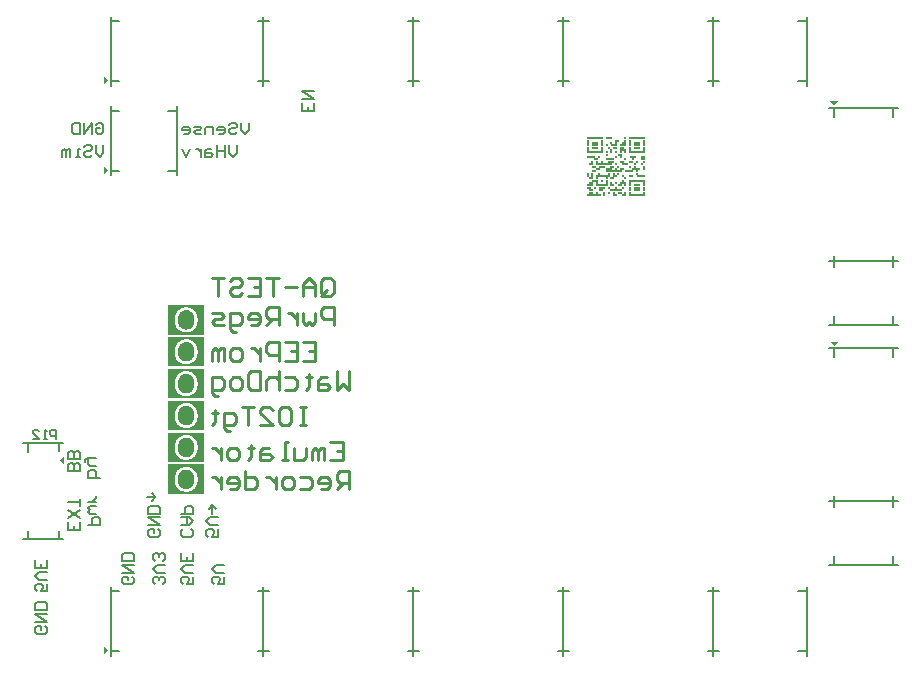
<source format=gbr>
%TF.GenerationSoftware,Altium Limited,Altium Designer,21.5.1 (32)*%
G04 Layer_Color=32896*
%FSLAX45Y45*%
%MOMM*%
%TF.SameCoordinates,6D93875A-9943-4EB1-8E24-321CDD5DE8D5*%
%TF.FilePolarity,Positive*%
%TF.FileFunction,Legend,Bot*%
%TF.Part,Single*%
G01*
G75*
%TA.AperFunction,NonConductor*%
%ADD101C,0.20000*%
%ADD102C,0.25000*%
%ADD103C,0.15000*%
%ADD104R,1.40000X0.15000*%
%ADD105R,0.60000X0.15000*%
%ADD106R,0.20000X0.15000*%
%ADD107R,0.40000X0.15000*%
%ADD108R,0.40000X0.15000*%
%ADD109R,0.60000X0.15000*%
%ADD110R,0.20000X0.15000*%
%ADD111R,0.80000X0.15000*%
%ADD112R,0.80000X0.15000*%
%ADD113R,1.20000X0.15000*%
%ADD114R,1.00000X0.15000*%
G36*
X1860418Y4896449D02*
X1822000Y4864434D01*
Y4928464D01*
X1860418Y4896449D01*
D02*
G37*
G36*
X8006868Y4680593D02*
X7974711Y4719182D01*
X8039026D01*
X8006868Y4680593D01*
D02*
G37*
G36*
X1861288Y4138203D02*
X1822699Y4106046D01*
Y4170361D01*
X1861288Y4138203D01*
D02*
G37*
G36*
X8008000Y2646800D02*
X7975843Y2685389D01*
X8040158D01*
X8008000Y2646800D01*
D02*
G37*
G36*
X1488589Y1646842D02*
X1450000Y1679000D01*
X1488589Y1711157D01*
Y1646842D01*
D02*
G37*
G36*
X1860418Y70449D02*
X1822000Y38434D01*
Y102464D01*
X1860418Y70449D01*
D02*
G37*
G36*
X2670000Y2205000D02*
X2370000D01*
Y2455000D01*
X2670000D01*
Y2205000D01*
D02*
G37*
G36*
Y1935000D02*
X2370000D01*
Y2185000D01*
X2670000D01*
Y1935000D01*
D02*
G37*
G36*
Y2475000D02*
X2370000D01*
Y2725000D01*
X2670000D01*
Y2475000D01*
D02*
G37*
G36*
Y1395000D02*
X2370000D01*
Y1645000D01*
X2670000D01*
Y1395000D01*
D02*
G37*
G36*
Y1665000D02*
X2370000D01*
Y1915000D01*
X2670000D01*
Y1665000D01*
D02*
G37*
G36*
Y2745000D02*
X2370000D01*
Y2995000D01*
X2670000D01*
Y2745000D01*
D02*
G37*
%LPC*%
G36*
X2521333Y2435953D02*
X2520000D01*
X2516002Y2435805D01*
X2512152Y2435657D01*
X2508302Y2435212D01*
X2504600Y2434768D01*
X2497492Y2433287D01*
X2490680Y2431510D01*
X2484460Y2429289D01*
X2478685Y2426772D01*
X2473354Y2424254D01*
X2468468Y2421589D01*
X2464173Y2418775D01*
X2460323Y2416258D01*
X2457065Y2413740D01*
X2454400Y2411667D01*
X2452178Y2409742D01*
X2451290Y2409002D01*
X2450698Y2408261D01*
X2450105Y2407817D01*
X2449661Y2407373D01*
X2449513Y2407225D01*
X2449365Y2407077D01*
X2446848Y2404263D01*
X2444478Y2401450D01*
X2442405Y2398488D01*
X2440332Y2395378D01*
X2436630Y2389011D01*
X2433520Y2382495D01*
X2430855Y2375831D01*
X2428633Y2369168D01*
X2426856Y2362652D01*
X2425376Y2356285D01*
X2424339Y2350361D01*
X2423451Y2344882D01*
X2423154Y2342365D01*
X2422858Y2339996D01*
X2422562Y2337774D01*
X2422414Y2335701D01*
X2422266Y2333776D01*
X2422118Y2332147D01*
Y2330666D01*
X2421970Y2329482D01*
Y2327261D01*
X2422118Y2322226D01*
X2422414Y2317339D01*
X2423006Y2312600D01*
X2423747Y2307862D01*
X2424635Y2303419D01*
X2425672Y2299273D01*
X2426708Y2295275D01*
X2427893Y2291573D01*
X2428930Y2288167D01*
X2429966Y2285205D01*
X2431003Y2282540D01*
X2431891Y2280319D01*
X2432632Y2278393D01*
X2433224Y2277061D01*
X2433520Y2276320D01*
X2433668Y2276024D01*
X2436038Y2271582D01*
X2438555Y2267435D01*
X2441220Y2263585D01*
X2444034Y2259883D01*
X2446848Y2256477D01*
X2449661Y2253368D01*
X2452623Y2250554D01*
X2455288Y2247889D01*
X2457954Y2245667D01*
X2460323Y2243594D01*
X2462544Y2241965D01*
X2464469Y2240484D01*
X2465950Y2239448D01*
X2467135Y2238559D01*
X2467875Y2238115D01*
X2468171Y2237967D01*
X2472466Y2235450D01*
X2476908Y2233377D01*
X2481499Y2231451D01*
X2485941Y2229971D01*
X2490236Y2228638D01*
X2494530Y2227453D01*
X2498676Y2226565D01*
X2502674Y2225824D01*
X2506228Y2225232D01*
X2509634Y2224788D01*
X2512596Y2224492D01*
X2515113Y2224344D01*
X2517186Y2224195D01*
X2518667Y2224047D01*
X2520000D01*
X2524887Y2224195D01*
X2529773Y2224640D01*
X2534512Y2225232D01*
X2538955Y2225972D01*
X2543397Y2227009D01*
X2547395Y2228046D01*
X2551245Y2229230D01*
X2554947Y2230415D01*
X2558205Y2231451D01*
X2561019Y2232636D01*
X2563536Y2233673D01*
X2565757Y2234709D01*
X2567386Y2235450D01*
X2568719Y2236042D01*
X2569459Y2236486D01*
X2569756Y2236634D01*
X2573902Y2239152D01*
X2577900Y2241817D01*
X2581602Y2244779D01*
X2585156Y2247740D01*
X2588266Y2250850D01*
X2591227Y2253960D01*
X2593893Y2256922D01*
X2596262Y2259883D01*
X2598335Y2262697D01*
X2600260Y2265362D01*
X2601889Y2267732D01*
X2603074Y2269805D01*
X2604111Y2271434D01*
X2604851Y2272766D01*
X2605295Y2273507D01*
X2605443Y2273803D01*
X2607665Y2278542D01*
X2609590Y2283280D01*
X2611219Y2288019D01*
X2612699Y2292905D01*
X2613884Y2297644D01*
X2614921Y2302235D01*
X2615809Y2306677D01*
X2616401Y2310972D01*
X2616994Y2314822D01*
X2617438Y2318524D01*
X2617586Y2321633D01*
X2617882Y2324299D01*
Y2326520D01*
X2618030Y2327557D01*
Y2329630D01*
X2617882Y2335257D01*
X2617586Y2340736D01*
X2616994Y2346067D01*
X2616105Y2351102D01*
X2615217Y2355988D01*
X2614180Y2360431D01*
X2613144Y2364725D01*
X2612107Y2368575D01*
X2610922Y2372129D01*
X2609886Y2375239D01*
X2608849Y2378053D01*
X2607961Y2380274D01*
X2607220Y2382199D01*
X2606628Y2383532D01*
X2606184Y2384272D01*
X2606036Y2384568D01*
X2603666Y2389011D01*
X2601149Y2393157D01*
X2598335Y2397007D01*
X2595522Y2400709D01*
X2592708Y2404115D01*
X2589747Y2407225D01*
X2586933Y2410038D01*
X2584120Y2412556D01*
X2581454Y2414777D01*
X2579085Y2416850D01*
X2576864Y2418479D01*
X2574938Y2419812D01*
X2573458Y2420996D01*
X2572273Y2421737D01*
X2571533Y2422181D01*
X2571236Y2422329D01*
X2566942Y2424698D01*
X2562500Y2426772D01*
X2558057Y2428697D01*
X2553615Y2430178D01*
X2549320Y2431510D01*
X2545026Y2432695D01*
X2540880Y2433583D01*
X2537029Y2434324D01*
X2533476Y2434768D01*
X2530218Y2435212D01*
X2527256Y2435508D01*
X2524739Y2435805D01*
X2522814D01*
X2521333Y2435953D01*
D02*
G37*
%LPD*%
G36*
X2523850Y2412408D02*
X2527552Y2412112D01*
X2531106Y2411667D01*
X2534364Y2410927D01*
X2537622Y2410186D01*
X2540583Y2409298D01*
X2543397Y2408409D01*
X2546062Y2407373D01*
X2548432Y2406484D01*
X2550505Y2405448D01*
X2552282Y2404559D01*
X2553911Y2403819D01*
X2555095Y2403079D01*
X2555984Y2402634D01*
X2556576Y2402338D01*
X2556724Y2402190D01*
X2559686Y2400117D01*
X2562500Y2398044D01*
X2565017Y2395674D01*
X2567534Y2393305D01*
X2569756Y2390936D01*
X2571681Y2388566D01*
X2573606Y2386197D01*
X2575235Y2383976D01*
X2576715Y2381755D01*
X2577900Y2379830D01*
X2578937Y2377905D01*
X2579825Y2376424D01*
X2580566Y2375091D01*
X2581010Y2374203D01*
X2581306Y2373462D01*
X2581454Y2373314D01*
X2582935Y2369760D01*
X2584268Y2366058D01*
X2585452Y2362356D01*
X2586489Y2358654D01*
X2587229Y2354952D01*
X2587970Y2351398D01*
X2588562Y2347844D01*
X2589006Y2344586D01*
X2589302Y2341476D01*
X2589599Y2338663D01*
X2589747Y2336145D01*
X2589895Y2333924D01*
X2590043Y2332147D01*
Y2330814D01*
Y2330074D01*
Y2329778D01*
X2589895Y2322522D01*
X2589154Y2315858D01*
X2588266Y2309491D01*
X2586933Y2303567D01*
X2585452Y2298088D01*
X2583823Y2293054D01*
X2582046Y2288611D01*
X2580121Y2284465D01*
X2578344Y2280763D01*
X2576419Y2277653D01*
X2574790Y2274988D01*
X2573310Y2272766D01*
X2571977Y2270989D01*
X2571088Y2269805D01*
X2570496Y2269064D01*
X2570200Y2268768D01*
X2566350Y2265066D01*
X2562351Y2261660D01*
X2558205Y2258847D01*
X2553911Y2256329D01*
X2549765Y2254256D01*
X2545618Y2252479D01*
X2541472Y2251146D01*
X2537622Y2249962D01*
X2533920Y2249073D01*
X2530514Y2248481D01*
X2527552Y2247889D01*
X2524887Y2247592D01*
X2522814Y2247444D01*
X2521925D01*
X2521185Y2247296D01*
X2519852D01*
X2514373Y2247592D01*
X2509042Y2248185D01*
X2504007Y2249221D01*
X2499417Y2250554D01*
X2494974Y2252183D01*
X2490828Y2253960D01*
X2486978Y2255885D01*
X2483572Y2257958D01*
X2480462Y2259883D01*
X2477649Y2261808D01*
X2475427Y2263585D01*
X2473354Y2265214D01*
X2471873Y2266547D01*
X2470689Y2267583D01*
X2470096Y2268176D01*
X2469800Y2268472D01*
X2466246Y2272618D01*
X2463285Y2277061D01*
X2460619Y2281799D01*
X2458398Y2286538D01*
X2456473Y2291425D01*
X2454844Y2296311D01*
X2453511Y2301050D01*
X2452475Y2305641D01*
X2451586Y2309935D01*
X2450994Y2313933D01*
X2450550Y2317635D01*
X2450253Y2320745D01*
X2450105Y2322078D01*
Y2323262D01*
Y2324299D01*
X2449957Y2325187D01*
Y2325928D01*
Y2326372D01*
Y2326668D01*
Y2326816D01*
Y2331111D01*
X2450253Y2335109D01*
X2450401Y2339107D01*
X2450846Y2342957D01*
X2451290Y2346511D01*
X2451882Y2350065D01*
X2453215Y2356581D01*
X2454844Y2362504D01*
X2456473Y2367983D01*
X2458398Y2372870D01*
X2460323Y2377164D01*
X2462248Y2380866D01*
X2464173Y2383976D01*
X2465950Y2386789D01*
X2467431Y2388863D01*
X2468764Y2390640D01*
X2469800Y2391824D01*
X2470393Y2392417D01*
X2470689Y2392713D01*
X2474687Y2396267D01*
X2478833Y2399228D01*
X2482980Y2401894D01*
X2487126Y2404263D01*
X2491420Y2406040D01*
X2495418Y2407669D01*
X2499417Y2409002D01*
X2503267Y2410038D01*
X2506673Y2410927D01*
X2509930Y2411519D01*
X2512892Y2411963D01*
X2515409Y2412260D01*
X2517335Y2412408D01*
X2518815Y2412556D01*
X2520148D01*
X2523850Y2412408D01*
D02*
G37*
%LPC*%
G36*
X2521333Y2165953D02*
X2520000D01*
X2516002Y2165805D01*
X2512152Y2165657D01*
X2508302Y2165212D01*
X2504600Y2164768D01*
X2497492Y2163287D01*
X2490680Y2161510D01*
X2484460Y2159289D01*
X2478685Y2156772D01*
X2473354Y2154254D01*
X2468468Y2151589D01*
X2464173Y2148775D01*
X2460323Y2146258D01*
X2457065Y2143740D01*
X2454400Y2141667D01*
X2452178Y2139742D01*
X2451290Y2139002D01*
X2450698Y2138261D01*
X2450105Y2137817D01*
X2449661Y2137373D01*
X2449513Y2137225D01*
X2449365Y2137077D01*
X2446848Y2134263D01*
X2444478Y2131450D01*
X2442405Y2128488D01*
X2440332Y2125378D01*
X2436630Y2119011D01*
X2433520Y2112495D01*
X2430855Y2105831D01*
X2428633Y2099168D01*
X2426856Y2092652D01*
X2425376Y2086285D01*
X2424339Y2080361D01*
X2423451Y2074882D01*
X2423154Y2072365D01*
X2422858Y2069996D01*
X2422562Y2067774D01*
X2422414Y2065701D01*
X2422266Y2063776D01*
X2422118Y2062147D01*
Y2060666D01*
X2421970Y2059482D01*
Y2057261D01*
X2422118Y2052226D01*
X2422414Y2047339D01*
X2423006Y2042600D01*
X2423747Y2037862D01*
X2424635Y2033419D01*
X2425672Y2029273D01*
X2426708Y2025275D01*
X2427893Y2021573D01*
X2428930Y2018167D01*
X2429966Y2015205D01*
X2431003Y2012540D01*
X2431891Y2010319D01*
X2432632Y2008393D01*
X2433224Y2007061D01*
X2433520Y2006320D01*
X2433668Y2006024D01*
X2436038Y2001582D01*
X2438555Y1997435D01*
X2441220Y1993585D01*
X2444034Y1989883D01*
X2446848Y1986477D01*
X2449661Y1983368D01*
X2452623Y1980554D01*
X2455288Y1977889D01*
X2457954Y1975667D01*
X2460323Y1973594D01*
X2462544Y1971965D01*
X2464469Y1970485D01*
X2465950Y1969448D01*
X2467135Y1968559D01*
X2467875Y1968115D01*
X2468171Y1967967D01*
X2472466Y1965450D01*
X2476908Y1963377D01*
X2481499Y1961452D01*
X2485941Y1959971D01*
X2490236Y1958638D01*
X2494530Y1957453D01*
X2498676Y1956565D01*
X2502674Y1955824D01*
X2506228Y1955232D01*
X2509634Y1954788D01*
X2512596Y1954492D01*
X2515113Y1954344D01*
X2517186Y1954195D01*
X2518667Y1954047D01*
X2520000D01*
X2524887Y1954195D01*
X2529773Y1954640D01*
X2534512Y1955232D01*
X2538955Y1955972D01*
X2543397Y1957009D01*
X2547395Y1958046D01*
X2551245Y1959230D01*
X2554947Y1960415D01*
X2558205Y1961452D01*
X2561019Y1962636D01*
X2563536Y1963673D01*
X2565757Y1964709D01*
X2567386Y1965450D01*
X2568719Y1966042D01*
X2569459Y1966486D01*
X2569756Y1966634D01*
X2573902Y1969152D01*
X2577900Y1971817D01*
X2581602Y1974779D01*
X2585156Y1977741D01*
X2588266Y1980850D01*
X2591227Y1983960D01*
X2593893Y1986922D01*
X2596262Y1989883D01*
X2598335Y1992697D01*
X2600260Y1995362D01*
X2601889Y1997732D01*
X2603074Y1999805D01*
X2604111Y2001434D01*
X2604851Y2002766D01*
X2605295Y2003507D01*
X2605443Y2003803D01*
X2607665Y2008542D01*
X2609590Y2013280D01*
X2611219Y2018019D01*
X2612699Y2022906D01*
X2613884Y2027644D01*
X2614921Y2032235D01*
X2615809Y2036677D01*
X2616401Y2040972D01*
X2616994Y2044822D01*
X2617438Y2048524D01*
X2617586Y2051633D01*
X2617882Y2054299D01*
Y2056520D01*
X2618030Y2057557D01*
Y2059630D01*
X2617882Y2065257D01*
X2617586Y2070736D01*
X2616994Y2076067D01*
X2616105Y2081102D01*
X2615217Y2085988D01*
X2614180Y2090431D01*
X2613144Y2094725D01*
X2612107Y2098575D01*
X2610922Y2102129D01*
X2609886Y2105239D01*
X2608849Y2108053D01*
X2607961Y2110274D01*
X2607220Y2112199D01*
X2606628Y2113532D01*
X2606184Y2114272D01*
X2606036Y2114568D01*
X2603666Y2119011D01*
X2601149Y2123157D01*
X2598335Y2127007D01*
X2595522Y2130709D01*
X2592708Y2134115D01*
X2589747Y2137225D01*
X2586933Y2140038D01*
X2584120Y2142556D01*
X2581454Y2144777D01*
X2579085Y2146850D01*
X2576864Y2148479D01*
X2574938Y2149812D01*
X2573458Y2150996D01*
X2572273Y2151737D01*
X2571533Y2152181D01*
X2571236Y2152329D01*
X2566942Y2154699D01*
X2562500Y2156772D01*
X2558057Y2158697D01*
X2553615Y2160178D01*
X2549320Y2161510D01*
X2545026Y2162695D01*
X2540880Y2163583D01*
X2537029Y2164324D01*
X2533476Y2164768D01*
X2530218Y2165212D01*
X2527256Y2165508D01*
X2524739Y2165805D01*
X2522814D01*
X2521333Y2165953D01*
D02*
G37*
%LPD*%
G36*
X2523850Y2142408D02*
X2527552Y2142112D01*
X2531106Y2141667D01*
X2534364Y2140927D01*
X2537622Y2140186D01*
X2540583Y2139298D01*
X2543397Y2138409D01*
X2546062Y2137373D01*
X2548432Y2136484D01*
X2550505Y2135448D01*
X2552282Y2134559D01*
X2553911Y2133819D01*
X2555095Y2133079D01*
X2555984Y2132634D01*
X2556576Y2132338D01*
X2556724Y2132190D01*
X2559686Y2130117D01*
X2562500Y2128044D01*
X2565017Y2125674D01*
X2567534Y2123305D01*
X2569756Y2120936D01*
X2571681Y2118567D01*
X2573606Y2116197D01*
X2575235Y2113976D01*
X2576715Y2111755D01*
X2577900Y2109830D01*
X2578937Y2107905D01*
X2579825Y2106424D01*
X2580566Y2105091D01*
X2581010Y2104203D01*
X2581306Y2103462D01*
X2581454Y2103314D01*
X2582935Y2099760D01*
X2584268Y2096058D01*
X2585452Y2092356D01*
X2586489Y2088654D01*
X2587229Y2084952D01*
X2587970Y2081398D01*
X2588562Y2077844D01*
X2589006Y2074586D01*
X2589302Y2071476D01*
X2589599Y2068663D01*
X2589747Y2066145D01*
X2589895Y2063924D01*
X2590043Y2062147D01*
Y2060815D01*
Y2060074D01*
Y2059778D01*
X2589895Y2052522D01*
X2589154Y2045858D01*
X2588266Y2039491D01*
X2586933Y2033567D01*
X2585452Y2028088D01*
X2583823Y2023054D01*
X2582046Y2018611D01*
X2580121Y2014465D01*
X2578344Y2010763D01*
X2576419Y2007653D01*
X2574790Y2004988D01*
X2573310Y2002766D01*
X2571977Y2000989D01*
X2571088Y1999805D01*
X2570496Y1999064D01*
X2570200Y1998768D01*
X2566350Y1995066D01*
X2562351Y1991660D01*
X2558205Y1988847D01*
X2553911Y1986329D01*
X2549765Y1984256D01*
X2545618Y1982479D01*
X2541472Y1981146D01*
X2537622Y1979962D01*
X2533920Y1979073D01*
X2530514Y1978481D01*
X2527552Y1977889D01*
X2524887Y1977592D01*
X2522814Y1977444D01*
X2521925D01*
X2521185Y1977296D01*
X2519852D01*
X2514373Y1977592D01*
X2509042Y1978185D01*
X2504007Y1979221D01*
X2499417Y1980554D01*
X2494974Y1982183D01*
X2490828Y1983960D01*
X2486978Y1985885D01*
X2483572Y1987958D01*
X2480462Y1989883D01*
X2477649Y1991808D01*
X2475427Y1993585D01*
X2473354Y1995214D01*
X2471873Y1996547D01*
X2470689Y1997584D01*
X2470096Y1998176D01*
X2469800Y1998472D01*
X2466246Y2002618D01*
X2463285Y2007061D01*
X2460619Y2011799D01*
X2458398Y2016538D01*
X2456473Y2021425D01*
X2454844Y2026311D01*
X2453511Y2031050D01*
X2452475Y2035641D01*
X2451586Y2039935D01*
X2450994Y2043933D01*
X2450550Y2047635D01*
X2450253Y2050745D01*
X2450105Y2052078D01*
Y2053262D01*
Y2054299D01*
X2449957Y2055187D01*
Y2055928D01*
Y2056372D01*
Y2056668D01*
Y2056816D01*
Y2061111D01*
X2450253Y2065109D01*
X2450401Y2069107D01*
X2450846Y2072957D01*
X2451290Y2076511D01*
X2451882Y2080065D01*
X2453215Y2086581D01*
X2454844Y2092504D01*
X2456473Y2097983D01*
X2458398Y2102870D01*
X2460323Y2107164D01*
X2462248Y2110866D01*
X2464173Y2113976D01*
X2465950Y2116790D01*
X2467431Y2118863D01*
X2468764Y2120640D01*
X2469800Y2121824D01*
X2470393Y2122417D01*
X2470689Y2122713D01*
X2474687Y2126267D01*
X2478833Y2129228D01*
X2482980Y2131894D01*
X2487126Y2134263D01*
X2491420Y2136040D01*
X2495418Y2137669D01*
X2499417Y2139002D01*
X2503267Y2140038D01*
X2506673Y2140927D01*
X2509930Y2141519D01*
X2512892Y2141963D01*
X2515409Y2142260D01*
X2517335Y2142408D01*
X2518815Y2142556D01*
X2520148D01*
X2523850Y2142408D01*
D02*
G37*
%LPC*%
G36*
X2521333Y2705953D02*
X2520000D01*
X2516002Y2705805D01*
X2512152Y2705657D01*
X2508302Y2705212D01*
X2504600Y2704768D01*
X2497492Y2703287D01*
X2490680Y2701510D01*
X2484460Y2699289D01*
X2478685Y2696772D01*
X2473354Y2694254D01*
X2468468Y2691589D01*
X2464173Y2688775D01*
X2460323Y2686258D01*
X2457065Y2683740D01*
X2454400Y2681667D01*
X2452178Y2679742D01*
X2451290Y2679002D01*
X2450698Y2678261D01*
X2450105Y2677817D01*
X2449661Y2677373D01*
X2449513Y2677225D01*
X2449365Y2677077D01*
X2446848Y2674263D01*
X2444478Y2671450D01*
X2442405Y2668488D01*
X2440332Y2665378D01*
X2436630Y2659011D01*
X2433520Y2652495D01*
X2430855Y2645831D01*
X2428633Y2639168D01*
X2426856Y2632652D01*
X2425376Y2626285D01*
X2424339Y2620361D01*
X2423451Y2614882D01*
X2423154Y2612365D01*
X2422858Y2609996D01*
X2422562Y2607774D01*
X2422414Y2605701D01*
X2422266Y2603776D01*
X2422118Y2602147D01*
Y2600666D01*
X2421970Y2599482D01*
Y2597260D01*
X2422118Y2592226D01*
X2422414Y2587339D01*
X2423006Y2582600D01*
X2423747Y2577862D01*
X2424635Y2573419D01*
X2425672Y2569273D01*
X2426708Y2565275D01*
X2427893Y2561573D01*
X2428930Y2558167D01*
X2429966Y2555205D01*
X2431003Y2552540D01*
X2431891Y2550318D01*
X2432632Y2548393D01*
X2433224Y2547061D01*
X2433520Y2546320D01*
X2433668Y2546024D01*
X2436038Y2541582D01*
X2438555Y2537435D01*
X2441220Y2533585D01*
X2444034Y2529883D01*
X2446848Y2526477D01*
X2449661Y2523368D01*
X2452623Y2520554D01*
X2455288Y2517889D01*
X2457954Y2515667D01*
X2460323Y2513594D01*
X2462544Y2511965D01*
X2464469Y2510484D01*
X2465950Y2509448D01*
X2467135Y2508559D01*
X2467875Y2508115D01*
X2468171Y2507967D01*
X2472466Y2505450D01*
X2476908Y2503377D01*
X2481499Y2501451D01*
X2485941Y2499971D01*
X2490236Y2498638D01*
X2494530Y2497453D01*
X2498676Y2496565D01*
X2502674Y2495824D01*
X2506228Y2495232D01*
X2509634Y2494788D01*
X2512596Y2494492D01*
X2515113Y2494343D01*
X2517186Y2494195D01*
X2518667Y2494047D01*
X2520000D01*
X2524887Y2494195D01*
X2529773Y2494640D01*
X2534512Y2495232D01*
X2538955Y2495972D01*
X2543397Y2497009D01*
X2547395Y2498046D01*
X2551245Y2499230D01*
X2554947Y2500415D01*
X2558205Y2501451D01*
X2561019Y2502636D01*
X2563536Y2503673D01*
X2565757Y2504709D01*
X2567386Y2505450D01*
X2568719Y2506042D01*
X2569459Y2506486D01*
X2569756Y2506634D01*
X2573902Y2509152D01*
X2577900Y2511817D01*
X2581602Y2514779D01*
X2585156Y2517740D01*
X2588266Y2520850D01*
X2591227Y2523960D01*
X2593893Y2526922D01*
X2596262Y2529883D01*
X2598335Y2532697D01*
X2600260Y2535362D01*
X2601889Y2537732D01*
X2603074Y2539805D01*
X2604111Y2541434D01*
X2604851Y2542766D01*
X2605295Y2543507D01*
X2605443Y2543803D01*
X2607665Y2548542D01*
X2609590Y2553280D01*
X2611219Y2558019D01*
X2612699Y2562905D01*
X2613884Y2567644D01*
X2614921Y2572235D01*
X2615809Y2576677D01*
X2616401Y2580971D01*
X2616994Y2584822D01*
X2617438Y2588524D01*
X2617586Y2591633D01*
X2617882Y2594299D01*
Y2596520D01*
X2618030Y2597557D01*
Y2599630D01*
X2617882Y2605257D01*
X2617586Y2610736D01*
X2616994Y2616067D01*
X2616105Y2621102D01*
X2615217Y2625988D01*
X2614180Y2630431D01*
X2613144Y2634725D01*
X2612107Y2638575D01*
X2610922Y2642129D01*
X2609886Y2645239D01*
X2608849Y2648053D01*
X2607961Y2650274D01*
X2607220Y2652199D01*
X2606628Y2653532D01*
X2606184Y2654272D01*
X2606036Y2654568D01*
X2603666Y2659011D01*
X2601149Y2663157D01*
X2598335Y2667007D01*
X2595522Y2670709D01*
X2592708Y2674115D01*
X2589747Y2677225D01*
X2586933Y2680038D01*
X2584120Y2682556D01*
X2581454Y2684777D01*
X2579085Y2686850D01*
X2576864Y2688479D01*
X2574938Y2689812D01*
X2573458Y2690996D01*
X2572273Y2691737D01*
X2571533Y2692181D01*
X2571236Y2692329D01*
X2566942Y2694698D01*
X2562500Y2696772D01*
X2558057Y2698697D01*
X2553615Y2700177D01*
X2549320Y2701510D01*
X2545026Y2702695D01*
X2540880Y2703583D01*
X2537029Y2704324D01*
X2533476Y2704768D01*
X2530218Y2705212D01*
X2527256Y2705508D01*
X2524739Y2705805D01*
X2522814D01*
X2521333Y2705953D01*
D02*
G37*
%LPD*%
G36*
X2523850Y2682408D02*
X2527552Y2682111D01*
X2531106Y2681667D01*
X2534364Y2680927D01*
X2537622Y2680186D01*
X2540583Y2679298D01*
X2543397Y2678409D01*
X2546062Y2677373D01*
X2548432Y2676484D01*
X2550505Y2675448D01*
X2552282Y2674559D01*
X2553911Y2673819D01*
X2555095Y2673078D01*
X2555984Y2672634D01*
X2556576Y2672338D01*
X2556724Y2672190D01*
X2559686Y2670117D01*
X2562500Y2668044D01*
X2565017Y2665674D01*
X2567534Y2663305D01*
X2569756Y2660936D01*
X2571681Y2658566D01*
X2573606Y2656197D01*
X2575235Y2653976D01*
X2576715Y2651755D01*
X2577900Y2649830D01*
X2578937Y2647905D01*
X2579825Y2646424D01*
X2580566Y2645091D01*
X2581010Y2644202D01*
X2581306Y2643462D01*
X2581454Y2643314D01*
X2582935Y2639760D01*
X2584268Y2636058D01*
X2585452Y2632356D01*
X2586489Y2628654D01*
X2587229Y2624952D01*
X2587970Y2621398D01*
X2588562Y2617844D01*
X2589006Y2614586D01*
X2589302Y2611476D01*
X2589599Y2608663D01*
X2589747Y2606145D01*
X2589895Y2603924D01*
X2590043Y2602147D01*
Y2600814D01*
Y2600074D01*
Y2599778D01*
X2589895Y2592522D01*
X2589154Y2585858D01*
X2588266Y2579491D01*
X2586933Y2573567D01*
X2585452Y2568088D01*
X2583823Y2563054D01*
X2582046Y2558611D01*
X2580121Y2554465D01*
X2578344Y2550763D01*
X2576419Y2547653D01*
X2574790Y2544988D01*
X2573310Y2542766D01*
X2571977Y2540989D01*
X2571088Y2539805D01*
X2570496Y2539064D01*
X2570200Y2538768D01*
X2566350Y2535066D01*
X2562351Y2531660D01*
X2558205Y2528847D01*
X2553911Y2526329D01*
X2549765Y2524256D01*
X2545618Y2522479D01*
X2541472Y2521146D01*
X2537622Y2519962D01*
X2533920Y2519073D01*
X2530514Y2518481D01*
X2527552Y2517889D01*
X2524887Y2517592D01*
X2522814Y2517444D01*
X2521925D01*
X2521185Y2517296D01*
X2519852D01*
X2514373Y2517592D01*
X2509042Y2518185D01*
X2504007Y2519221D01*
X2499417Y2520554D01*
X2494974Y2522183D01*
X2490828Y2523960D01*
X2486978Y2525885D01*
X2483572Y2527958D01*
X2480462Y2529883D01*
X2477649Y2531808D01*
X2475427Y2533585D01*
X2473354Y2535214D01*
X2471873Y2536547D01*
X2470689Y2537583D01*
X2470096Y2538176D01*
X2469800Y2538472D01*
X2466246Y2542618D01*
X2463285Y2547061D01*
X2460619Y2551799D01*
X2458398Y2556538D01*
X2456473Y2561425D01*
X2454844Y2566311D01*
X2453511Y2571050D01*
X2452475Y2575641D01*
X2451586Y2579935D01*
X2450994Y2583933D01*
X2450550Y2587635D01*
X2450253Y2590745D01*
X2450105Y2592078D01*
Y2593262D01*
Y2594299D01*
X2449957Y2595187D01*
Y2595928D01*
Y2596372D01*
Y2596668D01*
Y2596816D01*
Y2601111D01*
X2450253Y2605109D01*
X2450401Y2609107D01*
X2450846Y2612957D01*
X2451290Y2616511D01*
X2451882Y2620065D01*
X2453215Y2626581D01*
X2454844Y2632504D01*
X2456473Y2637983D01*
X2458398Y2642870D01*
X2460323Y2647164D01*
X2462248Y2650866D01*
X2464173Y2653976D01*
X2465950Y2656789D01*
X2467431Y2658863D01*
X2468764Y2660640D01*
X2469800Y2661824D01*
X2470393Y2662417D01*
X2470689Y2662713D01*
X2474687Y2666267D01*
X2478833Y2669228D01*
X2482980Y2671894D01*
X2487126Y2674263D01*
X2491420Y2676040D01*
X2495418Y2677669D01*
X2499417Y2679002D01*
X2503267Y2680038D01*
X2506673Y2680927D01*
X2509930Y2681519D01*
X2512892Y2681963D01*
X2515409Y2682260D01*
X2517335Y2682408D01*
X2518815Y2682556D01*
X2520148D01*
X2523850Y2682408D01*
D02*
G37*
%LPC*%
G36*
X2521333Y1625953D02*
X2520000D01*
X2516002Y1625804D01*
X2512152Y1625656D01*
X2508302Y1625212D01*
X2504600Y1624768D01*
X2497492Y1623287D01*
X2490680Y1621510D01*
X2484460Y1619289D01*
X2478685Y1616771D01*
X2473354Y1614254D01*
X2468468Y1611589D01*
X2464173Y1608775D01*
X2460323Y1606258D01*
X2457065Y1603740D01*
X2454400Y1601667D01*
X2452178Y1599742D01*
X2451290Y1599002D01*
X2450698Y1598261D01*
X2450105Y1597817D01*
X2449661Y1597373D01*
X2449513Y1597225D01*
X2449365Y1597077D01*
X2446848Y1594263D01*
X2444478Y1591449D01*
X2442405Y1588488D01*
X2440332Y1585378D01*
X2436630Y1579011D01*
X2433520Y1572495D01*
X2430855Y1565831D01*
X2428633Y1559168D01*
X2426856Y1552652D01*
X2425376Y1546284D01*
X2424339Y1540361D01*
X2423451Y1534882D01*
X2423154Y1532365D01*
X2422858Y1529995D01*
X2422562Y1527774D01*
X2422414Y1525701D01*
X2422266Y1523776D01*
X2422118Y1522147D01*
Y1520666D01*
X2421970Y1519482D01*
Y1517260D01*
X2422118Y1512226D01*
X2422414Y1507339D01*
X2423006Y1502600D01*
X2423747Y1497862D01*
X2424635Y1493419D01*
X2425672Y1489273D01*
X2426708Y1485275D01*
X2427893Y1481573D01*
X2428930Y1478167D01*
X2429966Y1475205D01*
X2431003Y1472540D01*
X2431891Y1470318D01*
X2432632Y1468393D01*
X2433224Y1467061D01*
X2433520Y1466320D01*
X2433668Y1466024D01*
X2436038Y1461582D01*
X2438555Y1457435D01*
X2441220Y1453585D01*
X2444034Y1449883D01*
X2446848Y1446477D01*
X2449661Y1443367D01*
X2452623Y1440554D01*
X2455288Y1437888D01*
X2457954Y1435667D01*
X2460323Y1433594D01*
X2462544Y1431965D01*
X2464469Y1430484D01*
X2465950Y1429448D01*
X2467135Y1428559D01*
X2467875Y1428115D01*
X2468171Y1427967D01*
X2472466Y1425450D01*
X2476908Y1423376D01*
X2481499Y1421451D01*
X2485941Y1419970D01*
X2490236Y1418638D01*
X2494530Y1417453D01*
X2498676Y1416565D01*
X2502674Y1415824D01*
X2506228Y1415232D01*
X2509634Y1414788D01*
X2512596Y1414491D01*
X2515113Y1414343D01*
X2517186Y1414195D01*
X2518667Y1414047D01*
X2520000D01*
X2524887Y1414195D01*
X2529773Y1414640D01*
X2534512Y1415232D01*
X2538955Y1415972D01*
X2543397Y1417009D01*
X2547395Y1418045D01*
X2551245Y1419230D01*
X2554947Y1420415D01*
X2558205Y1421451D01*
X2561019Y1422636D01*
X2563536Y1423673D01*
X2565757Y1424709D01*
X2567386Y1425450D01*
X2568719Y1426042D01*
X2569459Y1426486D01*
X2569756Y1426634D01*
X2573902Y1429152D01*
X2577900Y1431817D01*
X2581602Y1434779D01*
X2585156Y1437740D01*
X2588266Y1440850D01*
X2591227Y1443960D01*
X2593893Y1446921D01*
X2596262Y1449883D01*
X2598335Y1452697D01*
X2600260Y1455362D01*
X2601889Y1457731D01*
X2603074Y1459805D01*
X2604111Y1461433D01*
X2604851Y1462766D01*
X2605295Y1463507D01*
X2605443Y1463803D01*
X2607665Y1468541D01*
X2609590Y1473280D01*
X2611219Y1478019D01*
X2612699Y1482905D01*
X2613884Y1487644D01*
X2614921Y1492235D01*
X2615809Y1496677D01*
X2616401Y1500971D01*
X2616994Y1504821D01*
X2617438Y1508524D01*
X2617586Y1511633D01*
X2617882Y1514299D01*
Y1516520D01*
X2618030Y1517557D01*
Y1519630D01*
X2617882Y1525257D01*
X2617586Y1530736D01*
X2616994Y1536067D01*
X2616105Y1541102D01*
X2615217Y1545988D01*
X2614180Y1550431D01*
X2613144Y1554725D01*
X2612107Y1558575D01*
X2610922Y1562129D01*
X2609886Y1565239D01*
X2608849Y1568052D01*
X2607961Y1570274D01*
X2607220Y1572199D01*
X2606628Y1573532D01*
X2606184Y1574272D01*
X2606036Y1574568D01*
X2603666Y1579011D01*
X2601149Y1583157D01*
X2598335Y1587007D01*
X2595522Y1590709D01*
X2592708Y1594115D01*
X2589747Y1597225D01*
X2586933Y1600038D01*
X2584120Y1602556D01*
X2581454Y1604777D01*
X2579085Y1606850D01*
X2576864Y1608479D01*
X2574938Y1609812D01*
X2573458Y1610996D01*
X2572273Y1611737D01*
X2571533Y1612181D01*
X2571236Y1612329D01*
X2566942Y1614698D01*
X2562500Y1616771D01*
X2558057Y1618697D01*
X2553615Y1620177D01*
X2549320Y1621510D01*
X2545026Y1622695D01*
X2540880Y1623583D01*
X2537029Y1624324D01*
X2533476Y1624768D01*
X2530218Y1625212D01*
X2527256Y1625508D01*
X2524739Y1625804D01*
X2522814D01*
X2521333Y1625953D01*
D02*
G37*
%LPD*%
G36*
X2523850Y1602408D02*
X2527552Y1602111D01*
X2531106Y1601667D01*
X2534364Y1600927D01*
X2537622Y1600186D01*
X2540583Y1599298D01*
X2543397Y1598409D01*
X2546062Y1597373D01*
X2548432Y1596484D01*
X2550505Y1595448D01*
X2552282Y1594559D01*
X2553911Y1593819D01*
X2555095Y1593078D01*
X2555984Y1592634D01*
X2556576Y1592338D01*
X2556724Y1592190D01*
X2559686Y1590117D01*
X2562500Y1588044D01*
X2565017Y1585674D01*
X2567534Y1583305D01*
X2569756Y1580936D01*
X2571681Y1578566D01*
X2573606Y1576197D01*
X2575235Y1573976D01*
X2576715Y1571755D01*
X2577900Y1569829D01*
X2578937Y1567904D01*
X2579825Y1566424D01*
X2580566Y1565091D01*
X2581010Y1564202D01*
X2581306Y1563462D01*
X2581454Y1563314D01*
X2582935Y1559760D01*
X2584268Y1556058D01*
X2585452Y1552356D01*
X2586489Y1548654D01*
X2587229Y1544952D01*
X2587970Y1541398D01*
X2588562Y1537844D01*
X2589006Y1534586D01*
X2589302Y1531476D01*
X2589599Y1528663D01*
X2589747Y1526145D01*
X2589895Y1523924D01*
X2590043Y1522147D01*
Y1520814D01*
Y1520074D01*
Y1519778D01*
X2589895Y1512522D01*
X2589154Y1505858D01*
X2588266Y1499491D01*
X2586933Y1493567D01*
X2585452Y1488088D01*
X2583823Y1483053D01*
X2582046Y1478611D01*
X2580121Y1474465D01*
X2578344Y1470763D01*
X2576419Y1467653D01*
X2574790Y1464987D01*
X2573310Y1462766D01*
X2571977Y1460989D01*
X2571088Y1459805D01*
X2570496Y1459064D01*
X2570200Y1458768D01*
X2566350Y1455066D01*
X2562351Y1451660D01*
X2558205Y1448846D01*
X2553911Y1446329D01*
X2549765Y1444256D01*
X2545618Y1442479D01*
X2541472Y1441146D01*
X2537622Y1439962D01*
X2533920Y1439073D01*
X2530514Y1438481D01*
X2527552Y1437888D01*
X2524887Y1437592D01*
X2522814Y1437444D01*
X2521925D01*
X2521185Y1437296D01*
X2519852D01*
X2514373Y1437592D01*
X2509042Y1438185D01*
X2504007Y1439221D01*
X2499417Y1440554D01*
X2494974Y1442183D01*
X2490828Y1443960D01*
X2486978Y1445885D01*
X2483572Y1447958D01*
X2480462Y1449883D01*
X2477649Y1451808D01*
X2475427Y1453585D01*
X2473354Y1455214D01*
X2471873Y1456547D01*
X2470689Y1457583D01*
X2470096Y1458176D01*
X2469800Y1458472D01*
X2466246Y1462618D01*
X2463285Y1467061D01*
X2460619Y1471799D01*
X2458398Y1476538D01*
X2456473Y1481425D01*
X2454844Y1486311D01*
X2453511Y1491050D01*
X2452475Y1495640D01*
X2451586Y1499935D01*
X2450994Y1503933D01*
X2450550Y1507635D01*
X2450253Y1510745D01*
X2450105Y1512077D01*
Y1513262D01*
Y1514299D01*
X2449957Y1515187D01*
Y1515928D01*
Y1516372D01*
Y1516668D01*
Y1516816D01*
Y1521110D01*
X2450253Y1525109D01*
X2450401Y1529107D01*
X2450846Y1532957D01*
X2451290Y1536511D01*
X2451882Y1540065D01*
X2453215Y1546581D01*
X2454844Y1552504D01*
X2456473Y1557983D01*
X2458398Y1562870D01*
X2460323Y1567164D01*
X2462248Y1570866D01*
X2464173Y1573976D01*
X2465950Y1576789D01*
X2467431Y1578862D01*
X2468764Y1580639D01*
X2469800Y1581824D01*
X2470393Y1582416D01*
X2470689Y1582713D01*
X2474687Y1586267D01*
X2478833Y1589228D01*
X2482980Y1591894D01*
X2487126Y1594263D01*
X2491420Y1596040D01*
X2495418Y1597669D01*
X2499417Y1599002D01*
X2503267Y1600038D01*
X2506673Y1600927D01*
X2509930Y1601519D01*
X2512892Y1601963D01*
X2515409Y1602259D01*
X2517335Y1602408D01*
X2518815Y1602556D01*
X2520148D01*
X2523850Y1602408D01*
D02*
G37*
%LPC*%
G36*
X2521333Y1895953D02*
X2520000D01*
X2516002Y1895804D01*
X2512152Y1895656D01*
X2508302Y1895212D01*
X2504600Y1894768D01*
X2497492Y1893287D01*
X2490680Y1891510D01*
X2484460Y1889289D01*
X2478685Y1886771D01*
X2473354Y1884254D01*
X2468468Y1881589D01*
X2464173Y1878775D01*
X2460323Y1876258D01*
X2457065Y1873740D01*
X2454400Y1871667D01*
X2452178Y1869742D01*
X2451290Y1869002D01*
X2450698Y1868261D01*
X2450105Y1867817D01*
X2449661Y1867373D01*
X2449513Y1867225D01*
X2449365Y1867077D01*
X2446848Y1864263D01*
X2444478Y1861449D01*
X2442405Y1858488D01*
X2440332Y1855378D01*
X2436630Y1849011D01*
X2433520Y1842495D01*
X2430855Y1835831D01*
X2428633Y1829168D01*
X2426856Y1822652D01*
X2425376Y1816284D01*
X2424339Y1810361D01*
X2423451Y1804882D01*
X2423154Y1802365D01*
X2422858Y1799995D01*
X2422562Y1797774D01*
X2422414Y1795701D01*
X2422266Y1793776D01*
X2422118Y1792147D01*
Y1790666D01*
X2421970Y1789482D01*
Y1787260D01*
X2422118Y1782226D01*
X2422414Y1777339D01*
X2423006Y1772600D01*
X2423747Y1767862D01*
X2424635Y1763419D01*
X2425672Y1759273D01*
X2426708Y1755275D01*
X2427893Y1751573D01*
X2428930Y1748167D01*
X2429966Y1745205D01*
X2431003Y1742540D01*
X2431891Y1740318D01*
X2432632Y1738393D01*
X2433224Y1737061D01*
X2433520Y1736320D01*
X2433668Y1736024D01*
X2436038Y1731582D01*
X2438555Y1727435D01*
X2441220Y1723585D01*
X2444034Y1719883D01*
X2446848Y1716477D01*
X2449661Y1713367D01*
X2452623Y1710554D01*
X2455288Y1707888D01*
X2457954Y1705667D01*
X2460323Y1703594D01*
X2462544Y1701965D01*
X2464469Y1700484D01*
X2465950Y1699448D01*
X2467135Y1698559D01*
X2467875Y1698115D01*
X2468171Y1697967D01*
X2472466Y1695449D01*
X2476908Y1693376D01*
X2481499Y1691451D01*
X2485941Y1689970D01*
X2490236Y1688638D01*
X2494530Y1687453D01*
X2498676Y1686565D01*
X2502674Y1685824D01*
X2506228Y1685232D01*
X2509634Y1684788D01*
X2512596Y1684491D01*
X2515113Y1684343D01*
X2517186Y1684195D01*
X2518667Y1684047D01*
X2520000D01*
X2524887Y1684195D01*
X2529773Y1684640D01*
X2534512Y1685232D01*
X2538955Y1685972D01*
X2543397Y1687009D01*
X2547395Y1688045D01*
X2551245Y1689230D01*
X2554947Y1690415D01*
X2558205Y1691451D01*
X2561019Y1692636D01*
X2563536Y1693673D01*
X2565757Y1694709D01*
X2567386Y1695449D01*
X2568719Y1696042D01*
X2569459Y1696486D01*
X2569756Y1696634D01*
X2573902Y1699152D01*
X2577900Y1701817D01*
X2581602Y1704779D01*
X2585156Y1707740D01*
X2588266Y1710850D01*
X2591227Y1713960D01*
X2593893Y1716921D01*
X2596262Y1719883D01*
X2598335Y1722697D01*
X2600260Y1725362D01*
X2601889Y1727731D01*
X2603074Y1729805D01*
X2604111Y1731433D01*
X2604851Y1732766D01*
X2605295Y1733507D01*
X2605443Y1733803D01*
X2607665Y1738541D01*
X2609590Y1743280D01*
X2611219Y1748019D01*
X2612699Y1752905D01*
X2613884Y1757644D01*
X2614921Y1762234D01*
X2615809Y1766677D01*
X2616401Y1770971D01*
X2616994Y1774821D01*
X2617438Y1778523D01*
X2617586Y1781633D01*
X2617882Y1784299D01*
Y1786520D01*
X2618030Y1787556D01*
Y1789630D01*
X2617882Y1795257D01*
X2617586Y1800736D01*
X2616994Y1806067D01*
X2616105Y1811102D01*
X2615217Y1815988D01*
X2614180Y1820431D01*
X2613144Y1824725D01*
X2612107Y1828575D01*
X2610922Y1832129D01*
X2609886Y1835239D01*
X2608849Y1838052D01*
X2607961Y1840274D01*
X2607220Y1842199D01*
X2606628Y1843531D01*
X2606184Y1844272D01*
X2606036Y1844568D01*
X2603666Y1849011D01*
X2601149Y1853157D01*
X2598335Y1857007D01*
X2595522Y1860709D01*
X2592708Y1864115D01*
X2589747Y1867225D01*
X2586933Y1870038D01*
X2584120Y1872556D01*
X2581454Y1874777D01*
X2579085Y1876850D01*
X2576864Y1878479D01*
X2574938Y1879812D01*
X2573458Y1880996D01*
X2572273Y1881737D01*
X2571533Y1882181D01*
X2571236Y1882329D01*
X2566942Y1884698D01*
X2562500Y1886771D01*
X2558057Y1888697D01*
X2553615Y1890177D01*
X2549320Y1891510D01*
X2545026Y1892695D01*
X2540880Y1893583D01*
X2537029Y1894324D01*
X2533476Y1894768D01*
X2530218Y1895212D01*
X2527256Y1895508D01*
X2524739Y1895804D01*
X2522814D01*
X2521333Y1895953D01*
D02*
G37*
%LPD*%
G36*
X2523850Y1872407D02*
X2527552Y1872111D01*
X2531106Y1871667D01*
X2534364Y1870927D01*
X2537622Y1870186D01*
X2540583Y1869298D01*
X2543397Y1868409D01*
X2546062Y1867373D01*
X2548432Y1866484D01*
X2550505Y1865448D01*
X2552282Y1864559D01*
X2553911Y1863819D01*
X2555095Y1863078D01*
X2555984Y1862634D01*
X2556576Y1862338D01*
X2556724Y1862190D01*
X2559686Y1860117D01*
X2562500Y1858044D01*
X2565017Y1855674D01*
X2567534Y1853305D01*
X2569756Y1850936D01*
X2571681Y1848566D01*
X2573606Y1846197D01*
X2575235Y1843976D01*
X2576715Y1841755D01*
X2577900Y1839829D01*
X2578937Y1837904D01*
X2579825Y1836424D01*
X2580566Y1835091D01*
X2581010Y1834202D01*
X2581306Y1833462D01*
X2581454Y1833314D01*
X2582935Y1829760D01*
X2584268Y1826058D01*
X2585452Y1822356D01*
X2586489Y1818654D01*
X2587229Y1814952D01*
X2587970Y1811398D01*
X2588562Y1807844D01*
X2589006Y1804586D01*
X2589302Y1801476D01*
X2589599Y1798663D01*
X2589747Y1796145D01*
X2589895Y1793924D01*
X2590043Y1792147D01*
Y1790814D01*
Y1790074D01*
Y1789778D01*
X2589895Y1782522D01*
X2589154Y1775858D01*
X2588266Y1769490D01*
X2586933Y1763567D01*
X2585452Y1758088D01*
X2583823Y1753053D01*
X2582046Y1748611D01*
X2580121Y1744465D01*
X2578344Y1740763D01*
X2576419Y1737653D01*
X2574790Y1734987D01*
X2573310Y1732766D01*
X2571977Y1730989D01*
X2571088Y1729805D01*
X2570496Y1729064D01*
X2570200Y1728768D01*
X2566350Y1725066D01*
X2562351Y1721660D01*
X2558205Y1718846D01*
X2553911Y1716329D01*
X2549765Y1714256D01*
X2545618Y1712479D01*
X2541472Y1711146D01*
X2537622Y1709962D01*
X2533920Y1709073D01*
X2530514Y1708481D01*
X2527552Y1707888D01*
X2524887Y1707592D01*
X2522814Y1707444D01*
X2521925D01*
X2521185Y1707296D01*
X2519852D01*
X2514373Y1707592D01*
X2509042Y1708185D01*
X2504007Y1709221D01*
X2499417Y1710554D01*
X2494974Y1712183D01*
X2490828Y1713960D01*
X2486978Y1715885D01*
X2483572Y1717958D01*
X2480462Y1719883D01*
X2477649Y1721808D01*
X2475427Y1723585D01*
X2473354Y1725214D01*
X2471873Y1726547D01*
X2470689Y1727583D01*
X2470096Y1728176D01*
X2469800Y1728472D01*
X2466246Y1732618D01*
X2463285Y1737061D01*
X2460619Y1741799D01*
X2458398Y1746538D01*
X2456473Y1751424D01*
X2454844Y1756311D01*
X2453511Y1761050D01*
X2452475Y1765640D01*
X2451586Y1769935D01*
X2450994Y1773933D01*
X2450550Y1777635D01*
X2450253Y1780745D01*
X2450105Y1782077D01*
Y1783262D01*
Y1784299D01*
X2449957Y1785187D01*
Y1785928D01*
Y1786372D01*
Y1786668D01*
Y1786816D01*
Y1791110D01*
X2450253Y1795109D01*
X2450401Y1799107D01*
X2450846Y1802957D01*
X2451290Y1806511D01*
X2451882Y1810065D01*
X2453215Y1816581D01*
X2454844Y1822504D01*
X2456473Y1827983D01*
X2458398Y1832870D01*
X2460323Y1837164D01*
X2462248Y1840866D01*
X2464173Y1843976D01*
X2465950Y1846789D01*
X2467431Y1848862D01*
X2468764Y1850639D01*
X2469800Y1851824D01*
X2470393Y1852416D01*
X2470689Y1852713D01*
X2474687Y1856267D01*
X2478833Y1859228D01*
X2482980Y1861894D01*
X2487126Y1864263D01*
X2491420Y1866040D01*
X2495418Y1867669D01*
X2499417Y1869002D01*
X2503267Y1870038D01*
X2506673Y1870927D01*
X2509930Y1871519D01*
X2512892Y1871963D01*
X2515409Y1872259D01*
X2517335Y1872407D01*
X2518815Y1872556D01*
X2520148D01*
X2523850Y1872407D01*
D02*
G37*
%LPC*%
G36*
X2521333Y2975953D02*
X2520000D01*
X2516002Y2975805D01*
X2512152Y2975656D01*
X2508302Y2975212D01*
X2504600Y2974768D01*
X2497492Y2973287D01*
X2490680Y2971510D01*
X2484460Y2969289D01*
X2478685Y2966772D01*
X2473354Y2964254D01*
X2468468Y2961589D01*
X2464173Y2958775D01*
X2460323Y2956258D01*
X2457065Y2953740D01*
X2454400Y2951667D01*
X2452178Y2949742D01*
X2451290Y2949002D01*
X2450698Y2948261D01*
X2450105Y2947817D01*
X2449661Y2947373D01*
X2449513Y2947225D01*
X2449365Y2947077D01*
X2446848Y2944263D01*
X2444478Y2941450D01*
X2442405Y2938488D01*
X2440332Y2935378D01*
X2436630Y2929011D01*
X2433520Y2922495D01*
X2430855Y2915831D01*
X2428633Y2909168D01*
X2426856Y2902652D01*
X2425376Y2896285D01*
X2424339Y2890361D01*
X2423451Y2884882D01*
X2423154Y2882365D01*
X2422858Y2879996D01*
X2422562Y2877774D01*
X2422414Y2875701D01*
X2422266Y2873776D01*
X2422118Y2872147D01*
Y2870666D01*
X2421970Y2869482D01*
Y2867260D01*
X2422118Y2862226D01*
X2422414Y2857339D01*
X2423006Y2852600D01*
X2423747Y2847862D01*
X2424635Y2843419D01*
X2425672Y2839273D01*
X2426708Y2835275D01*
X2427893Y2831573D01*
X2428930Y2828167D01*
X2429966Y2825205D01*
X2431003Y2822540D01*
X2431891Y2820318D01*
X2432632Y2818393D01*
X2433224Y2817061D01*
X2433520Y2816320D01*
X2433668Y2816024D01*
X2436038Y2811582D01*
X2438555Y2807435D01*
X2441220Y2803585D01*
X2444034Y2799883D01*
X2446848Y2796477D01*
X2449661Y2793368D01*
X2452623Y2790554D01*
X2455288Y2787889D01*
X2457954Y2785667D01*
X2460323Y2783594D01*
X2462544Y2781965D01*
X2464469Y2780484D01*
X2465950Y2779448D01*
X2467135Y2778559D01*
X2467875Y2778115D01*
X2468171Y2777967D01*
X2472466Y2775450D01*
X2476908Y2773376D01*
X2481499Y2771451D01*
X2485941Y2769971D01*
X2490236Y2768638D01*
X2494530Y2767453D01*
X2498676Y2766565D01*
X2502674Y2765824D01*
X2506228Y2765232D01*
X2509634Y2764788D01*
X2512596Y2764492D01*
X2515113Y2764343D01*
X2517186Y2764195D01*
X2518667Y2764047D01*
X2520000D01*
X2524887Y2764195D01*
X2529773Y2764640D01*
X2534512Y2765232D01*
X2538955Y2765972D01*
X2543397Y2767009D01*
X2547395Y2768046D01*
X2551245Y2769230D01*
X2554947Y2770415D01*
X2558205Y2771451D01*
X2561019Y2772636D01*
X2563536Y2773673D01*
X2565757Y2774709D01*
X2567386Y2775450D01*
X2568719Y2776042D01*
X2569459Y2776486D01*
X2569756Y2776634D01*
X2573902Y2779152D01*
X2577900Y2781817D01*
X2581602Y2784779D01*
X2585156Y2787740D01*
X2588266Y2790850D01*
X2591227Y2793960D01*
X2593893Y2796922D01*
X2596262Y2799883D01*
X2598335Y2802697D01*
X2600260Y2805362D01*
X2601889Y2807731D01*
X2603074Y2809805D01*
X2604111Y2811434D01*
X2604851Y2812766D01*
X2605295Y2813507D01*
X2605443Y2813803D01*
X2607665Y2818541D01*
X2609590Y2823280D01*
X2611219Y2828019D01*
X2612699Y2832905D01*
X2613884Y2837644D01*
X2614921Y2842235D01*
X2615809Y2846677D01*
X2616401Y2850971D01*
X2616994Y2854822D01*
X2617438Y2858524D01*
X2617586Y2861633D01*
X2617882Y2864299D01*
Y2866520D01*
X2618030Y2867557D01*
Y2869630D01*
X2617882Y2875257D01*
X2617586Y2880736D01*
X2616994Y2886067D01*
X2616105Y2891102D01*
X2615217Y2895988D01*
X2614180Y2900431D01*
X2613144Y2904725D01*
X2612107Y2908575D01*
X2610922Y2912129D01*
X2609886Y2915239D01*
X2608849Y2918053D01*
X2607961Y2920274D01*
X2607220Y2922199D01*
X2606628Y2923532D01*
X2606184Y2924272D01*
X2606036Y2924568D01*
X2603666Y2929011D01*
X2601149Y2933157D01*
X2598335Y2937007D01*
X2595522Y2940709D01*
X2592708Y2944115D01*
X2589747Y2947225D01*
X2586933Y2950038D01*
X2584120Y2952556D01*
X2581454Y2954777D01*
X2579085Y2956850D01*
X2576864Y2958479D01*
X2574938Y2959812D01*
X2573458Y2960996D01*
X2572273Y2961737D01*
X2571533Y2962181D01*
X2571236Y2962329D01*
X2566942Y2964698D01*
X2562500Y2966772D01*
X2558057Y2968697D01*
X2553615Y2970177D01*
X2549320Y2971510D01*
X2545026Y2972695D01*
X2540880Y2973583D01*
X2537029Y2974324D01*
X2533476Y2974768D01*
X2530218Y2975212D01*
X2527256Y2975508D01*
X2524739Y2975805D01*
X2522814D01*
X2521333Y2975953D01*
D02*
G37*
%LPD*%
G36*
X2523850Y2952408D02*
X2527552Y2952111D01*
X2531106Y2951667D01*
X2534364Y2950927D01*
X2537622Y2950186D01*
X2540583Y2949298D01*
X2543397Y2948409D01*
X2546062Y2947373D01*
X2548432Y2946484D01*
X2550505Y2945448D01*
X2552282Y2944559D01*
X2553911Y2943819D01*
X2555095Y2943078D01*
X2555984Y2942634D01*
X2556576Y2942338D01*
X2556724Y2942190D01*
X2559686Y2940117D01*
X2562500Y2938044D01*
X2565017Y2935674D01*
X2567534Y2933305D01*
X2569756Y2930936D01*
X2571681Y2928566D01*
X2573606Y2926197D01*
X2575235Y2923976D01*
X2576715Y2921755D01*
X2577900Y2919830D01*
X2578937Y2917905D01*
X2579825Y2916424D01*
X2580566Y2915091D01*
X2581010Y2914202D01*
X2581306Y2913462D01*
X2581454Y2913314D01*
X2582935Y2909760D01*
X2584268Y2906058D01*
X2585452Y2902356D01*
X2586489Y2898654D01*
X2587229Y2894952D01*
X2587970Y2891398D01*
X2588562Y2887844D01*
X2589006Y2884586D01*
X2589302Y2881476D01*
X2589599Y2878663D01*
X2589747Y2876145D01*
X2589895Y2873924D01*
X2590043Y2872147D01*
Y2870814D01*
Y2870074D01*
Y2869778D01*
X2589895Y2862522D01*
X2589154Y2855858D01*
X2588266Y2849491D01*
X2586933Y2843567D01*
X2585452Y2838088D01*
X2583823Y2833054D01*
X2582046Y2828611D01*
X2580121Y2824465D01*
X2578344Y2820763D01*
X2576419Y2817653D01*
X2574790Y2814988D01*
X2573310Y2812766D01*
X2571977Y2810989D01*
X2571088Y2809805D01*
X2570496Y2809064D01*
X2570200Y2808768D01*
X2566350Y2805066D01*
X2562351Y2801660D01*
X2558205Y2798847D01*
X2553911Y2796329D01*
X2549765Y2794256D01*
X2545618Y2792479D01*
X2541472Y2791146D01*
X2537622Y2789962D01*
X2533920Y2789073D01*
X2530514Y2788481D01*
X2527552Y2787889D01*
X2524887Y2787592D01*
X2522814Y2787444D01*
X2521925D01*
X2521185Y2787296D01*
X2519852D01*
X2514373Y2787592D01*
X2509042Y2788185D01*
X2504007Y2789221D01*
X2499417Y2790554D01*
X2494974Y2792183D01*
X2490828Y2793960D01*
X2486978Y2795885D01*
X2483572Y2797958D01*
X2480462Y2799883D01*
X2477649Y2801808D01*
X2475427Y2803585D01*
X2473354Y2805214D01*
X2471873Y2806547D01*
X2470689Y2807583D01*
X2470096Y2808176D01*
X2469800Y2808472D01*
X2466246Y2812618D01*
X2463285Y2817061D01*
X2460619Y2821799D01*
X2458398Y2826538D01*
X2456473Y2831425D01*
X2454844Y2836311D01*
X2453511Y2841050D01*
X2452475Y2845640D01*
X2451586Y2849935D01*
X2450994Y2853933D01*
X2450550Y2857635D01*
X2450253Y2860745D01*
X2450105Y2862078D01*
Y2863262D01*
Y2864299D01*
X2449957Y2865187D01*
Y2865928D01*
Y2866372D01*
Y2866668D01*
Y2866816D01*
Y2871111D01*
X2450253Y2875109D01*
X2450401Y2879107D01*
X2450846Y2882957D01*
X2451290Y2886511D01*
X2451882Y2890065D01*
X2453215Y2896581D01*
X2454844Y2902504D01*
X2456473Y2907983D01*
X2458398Y2912870D01*
X2460323Y2917164D01*
X2462248Y2920866D01*
X2464173Y2923976D01*
X2465950Y2926789D01*
X2467431Y2928863D01*
X2468764Y2930640D01*
X2469800Y2931824D01*
X2470393Y2932417D01*
X2470689Y2932713D01*
X2474687Y2936267D01*
X2478833Y2939228D01*
X2482980Y2941894D01*
X2487126Y2944263D01*
X2491420Y2946040D01*
X2495418Y2947669D01*
X2499417Y2949002D01*
X2503267Y2950038D01*
X2506673Y2950927D01*
X2509930Y2951519D01*
X2512892Y2951963D01*
X2515409Y2952260D01*
X2517335Y2952408D01*
X2518815Y2952556D01*
X2520148D01*
X2523850Y2952408D01*
D02*
G37*
D101*
X1180000Y1024000D02*
Y1083997D01*
X1140000Y1014000D02*
X1480000D01*
X1440000Y1024000D02*
Y1086000D01*
Y1756003D02*
Y1816000D01*
X1140000Y1826000D02*
X1480000D01*
X1180000Y1754000D02*
Y1816000D01*
X8508000Y2558803D02*
Y2618800D01*
X7963000Y2628800D02*
X8548000D01*
X8003000Y2556800D02*
Y2618800D01*
X7963000Y1333800D02*
X8548000D01*
X8508000Y1288803D02*
Y1333052D01*
X8003000Y1286800D02*
Y1333654D01*
X7972000Y1333800D02*
X8537000D01*
X8003000Y1334548D02*
Y1378797D01*
X8508000Y1333946D02*
Y1380800D01*
Y805800D02*
Y872800D01*
X8003000Y805800D02*
Y870797D01*
X7963000Y795800D02*
X8548000D01*
X7963000Y2827800D02*
X8548000D01*
X8003000Y2837800D02*
Y2902797D01*
X8508000Y2837800D02*
Y2904800D01*
Y3365946D02*
Y3412800D01*
X8003000Y3366548D02*
Y3410797D01*
X7972000Y3365800D02*
X8537000D01*
X8003000Y3318800D02*
Y3365654D01*
X8508000Y3320803D02*
Y3365052D01*
X7963000Y3365800D02*
X8548000D01*
X8003000Y4588800D02*
Y4650800D01*
X7963000Y4660800D02*
X8548000D01*
X8508000Y4590803D02*
Y4650800D01*
X3128000Y570500D02*
X3174854D01*
X3130003Y65500D02*
X3174252D01*
X3175000Y25500D02*
Y610500D01*
X4445146Y65500D02*
X4492000D01*
X4445748Y570500D02*
X4489997D01*
X4445000Y56500D02*
Y580500D01*
X4398000Y570500D02*
X4444854D01*
X4400003Y65500D02*
X4444252D01*
X4445000Y25500D02*
Y610500D01*
X5715146Y65500D02*
X5762000D01*
X5715748Y570500D02*
X5759997D01*
X5715000Y56500D02*
Y580500D01*
X5668000Y570500D02*
X5714854D01*
X5670003Y65500D02*
X5714252D01*
X5715000Y25500D02*
Y610500D01*
X6985146Y65500D02*
X7032000D01*
X6985748Y570500D02*
X7029997D01*
X6985000Y56500D02*
Y580500D01*
X6938000Y570500D02*
X6984854D01*
X6940003Y65500D02*
X6984252D01*
X6985000Y25500D02*
Y610500D01*
X7700000Y570500D02*
X7767000D01*
X7702003Y65500D02*
X7767000D01*
X7777000Y25500D02*
Y610500D01*
X3175146Y65500D02*
X3222000D01*
X3175748Y570500D02*
X3219997D01*
X3175000Y56500D02*
Y580500D01*
X1890000Y65500D02*
X1952000D01*
X1880000Y25500D02*
Y610500D01*
X1890000Y570500D02*
X1949997D01*
X3128000Y5396500D02*
X3174854D01*
X3130003Y4891500D02*
X3174252D01*
X3175000Y4851500D02*
Y5436500D01*
X4445146Y4891500D02*
X4492000D01*
X4445748Y5396500D02*
X4489997D01*
X4445000Y4882500D02*
Y5406500D01*
X4398000Y5396500D02*
X4444854D01*
X4400003Y4891500D02*
X4444252D01*
X4445000Y4851500D02*
Y5436500D01*
X5715146Y4891500D02*
X5762000D01*
X5715748Y5396500D02*
X5759997D01*
X5715000Y4882500D02*
Y5406500D01*
X5668000Y5396500D02*
X5714854D01*
X5670003Y4891500D02*
X5714252D01*
X5715000Y4851500D02*
Y5436500D01*
X6985146Y4891500D02*
X7032000D01*
X6985748Y5396500D02*
X7029997D01*
X6985000Y4882500D02*
Y5406500D01*
X6938000Y5396500D02*
X6984854D01*
X6940003Y4891500D02*
X6984252D01*
X6985000Y4851500D02*
Y5436500D01*
X7700000Y5396500D02*
X7767000D01*
X7702003Y4891500D02*
X7767000D01*
X7777000Y4851500D02*
Y5436500D01*
X3175146Y4891500D02*
X3222000D01*
X3175748Y5396500D02*
X3219997D01*
X3175000Y4882500D02*
Y5406500D01*
X1890000Y4891500D02*
X1952000D01*
X1880000Y4851500D02*
Y5436500D01*
X1890000Y5396500D02*
X1949997D01*
X2366000Y4638400D02*
X2433000D01*
X2368003Y4133400D02*
X2433000D01*
X2443000Y4093400D02*
Y4678400D01*
X1890000Y4638400D02*
X1949997D01*
X1880000Y4093400D02*
Y4678400D01*
X1890000Y4133400D02*
X1952000D01*
X2190000Y1370000D02*
X2260000D01*
X2230000Y1400000D02*
X2260000Y1370000D01*
X2230000Y1340000D02*
X2260000Y1370000D01*
X2740000Y1230000D02*
Y1300000D01*
X2710000Y1270000D02*
X2740000Y1300000D01*
X2740000D02*
X2770000Y1270000D01*
X2563307Y1096645D02*
X2579968Y1079984D01*
Y1046661D01*
X2563307Y1030000D01*
X2496662D01*
X2480000Y1046661D01*
Y1079984D01*
X2496662Y1096645D01*
X2480000Y1129968D02*
X2546645D01*
X2579968Y1163290D01*
X2546645Y1196613D01*
X2480000D01*
X2529984D01*
Y1129968D01*
X2480000Y1229935D02*
X2579968D01*
Y1279919D01*
X2563307Y1296580D01*
X2529984D01*
X2513323Y1279919D01*
Y1229935D01*
X2283307Y1096645D02*
X2299968Y1079984D01*
Y1046661D01*
X2283307Y1030000D01*
X2216662D01*
X2200000Y1046661D01*
Y1079984D01*
X2216662Y1096645D01*
X2249984D01*
Y1063322D01*
X2200000Y1129968D02*
X2299968D01*
X2200000Y1196613D01*
X2299968D01*
Y1229935D02*
X2200000D01*
Y1279919D01*
X2216662Y1296580D01*
X2283307D01*
X2299968Y1279919D01*
Y1229935D01*
X2789968Y1096645D02*
Y1030000D01*
X2739984D01*
X2756645Y1063322D01*
Y1079984D01*
X2739984Y1096645D01*
X2706662D01*
X2690000Y1079984D01*
Y1046661D01*
X2706662Y1030000D01*
X2789968Y1129968D02*
X2723323D01*
X2690000Y1163290D01*
X2723323Y1196613D01*
X2789968D01*
X1693322Y1130000D02*
X1793290D01*
Y1179984D01*
X1776629Y1196645D01*
X1743306D01*
X1726645Y1179984D01*
Y1130000D01*
X1759967Y1229968D02*
X1709984D01*
X1693322Y1246629D01*
X1709984Y1263290D01*
X1693322Y1279951D01*
X1709984Y1296613D01*
X1759967D01*
Y1329935D02*
X1693322D01*
X1726645D01*
X1743306Y1346597D01*
X1759967Y1363258D01*
Y1379919D01*
X1793290Y1529871D02*
X1693322D01*
Y1579855D01*
X1709984Y1596516D01*
X1726645D01*
X1743306D01*
X1759967Y1579855D01*
Y1529871D01*
Y1629839D02*
X1709984D01*
X1693322Y1646500D01*
Y1696484D01*
X1676661D01*
X1660000Y1679823D01*
Y1663161D01*
X1693322Y1696484D02*
X1759967D01*
X1619968Y1156645D02*
Y1090000D01*
X1520000D01*
Y1156645D01*
X1569984Y1090000D02*
Y1123322D01*
X1619968Y1189968D02*
X1520000Y1256613D01*
X1619968D02*
X1520000Y1189968D01*
X1619968Y1289935D02*
Y1356580D01*
Y1323258D01*
X1520000D01*
X1619968Y1589839D02*
X1520000D01*
Y1639823D01*
X1536661Y1656484D01*
X1553323D01*
X1569984Y1639823D01*
Y1589839D01*
Y1639823D01*
X1586645Y1656484D01*
X1603306D01*
X1619968Y1639823D01*
Y1589839D01*
Y1689807D02*
X1520000D01*
Y1739791D01*
X1536661Y1756452D01*
X1553323D01*
X1569984Y1739791D01*
Y1689807D01*
Y1739791D01*
X1586645Y1756452D01*
X1603306D01*
X1619968Y1739791D01*
Y1689807D01*
X1339968Y636645D02*
Y570000D01*
X1289984D01*
X1306645Y603322D01*
Y619984D01*
X1289984Y636645D01*
X1256661D01*
X1240000Y619984D01*
Y586661D01*
X1256661Y570000D01*
X1339968Y669968D02*
X1273323D01*
X1240000Y703290D01*
X1273323Y736613D01*
X1339968D01*
Y836580D02*
Y769935D01*
X1240000D01*
Y836580D01*
X1289984Y769935D02*
Y803258D01*
X1323306Y276645D02*
X1339968Y259983D01*
Y226661D01*
X1323306Y210000D01*
X1256661D01*
X1240000Y226661D01*
Y259983D01*
X1256661Y276645D01*
X1289984D01*
Y243322D01*
X1240000Y309967D02*
X1339968D01*
X1240000Y376612D01*
X1339968D01*
Y409935D02*
X1240000D01*
Y459919D01*
X1256661Y476580D01*
X1323306D01*
X1339968Y459919D01*
Y409935D01*
X2950000Y4349968D02*
Y4283322D01*
X2916677Y4250000D01*
X2883355Y4283322D01*
Y4349968D01*
X2850032D02*
Y4250000D01*
Y4299984D01*
X2783387D01*
Y4349968D01*
Y4250000D01*
X2733403Y4316645D02*
X2700080D01*
X2683419Y4299984D01*
Y4250000D01*
X2733403D01*
X2750064Y4266661D01*
X2733403Y4283322D01*
X2683419D01*
X2650097Y4316645D02*
Y4250000D01*
Y4283322D01*
X2633435Y4299984D01*
X2616774Y4316645D01*
X2600113D01*
X2550129D02*
X2516806Y4250000D01*
X2483484Y4316645D01*
X3050000Y4539968D02*
Y4473323D01*
X3016677Y4440000D01*
X2983355Y4473323D01*
Y4539968D01*
X2883387Y4523306D02*
X2900048Y4539968D01*
X2933371D01*
X2950032Y4523306D01*
Y4506645D01*
X2933371Y4489984D01*
X2900048D01*
X2883387Y4473323D01*
Y4456661D01*
X2900048Y4440000D01*
X2933371D01*
X2950032Y4456661D01*
X2800081Y4440000D02*
X2833403D01*
X2850064Y4456661D01*
Y4489984D01*
X2833403Y4506645D01*
X2800081D01*
X2783419Y4489984D01*
Y4473323D01*
X2850064D01*
X2750097Y4440000D02*
Y4506645D01*
X2700113D01*
X2683452Y4489984D01*
Y4440000D01*
X2650129D02*
X2600145D01*
X2583484Y4456661D01*
X2600145Y4473323D01*
X2633467D01*
X2650129Y4489984D01*
X2633467Y4506645D01*
X2583484D01*
X2500177Y4440000D02*
X2533500D01*
X2550161Y4456661D01*
Y4489984D01*
X2533500Y4506645D01*
X2500177D01*
X2483516Y4489984D01*
Y4473323D01*
X2550161D01*
X1820000Y4349968D02*
Y4283322D01*
X1786677Y4250000D01*
X1753355Y4283322D01*
Y4349968D01*
X1653387Y4333306D02*
X1670048Y4349968D01*
X1703371D01*
X1720032Y4333306D01*
Y4316645D01*
X1703371Y4299984D01*
X1670048D01*
X1653387Y4283322D01*
Y4266661D01*
X1670048Y4250000D01*
X1703371D01*
X1720032Y4266661D01*
X1620064Y4250000D02*
X1586742D01*
X1603403D01*
Y4316645D01*
X1620064D01*
X1536758Y4250000D02*
Y4316645D01*
X1520097D01*
X1503435Y4299984D01*
Y4250000D01*
Y4299984D01*
X1486774Y4316645D01*
X1470113Y4299984D01*
Y4250000D01*
X1753355Y4523306D02*
X1770016Y4539968D01*
X1803339D01*
X1820000Y4523306D01*
Y4456661D01*
X1803339Y4440000D01*
X1770016D01*
X1753355Y4456661D01*
Y4489984D01*
X1786677D01*
X1720032Y4440000D02*
Y4539968D01*
X1653387Y4440000D01*
Y4539968D01*
X1620064D02*
Y4440000D01*
X1570080D01*
X1553419Y4456661D01*
Y4523306D01*
X1570080Y4539968D01*
X1620064D01*
X3599968Y4706645D02*
Y4640000D01*
X3500000D01*
Y4706645D01*
X3549984Y4640000D02*
Y4673322D01*
X3500000Y4739967D02*
X3599968D01*
X3500000Y4806612D01*
X3599968D01*
X2839968Y696645D02*
Y630000D01*
X2789984D01*
X2806645Y663322D01*
Y679983D01*
X2789984Y696645D01*
X2756661D01*
X2740000Y679983D01*
Y646661D01*
X2756661Y630000D01*
X2839968Y729967D02*
X2773322D01*
X2740000Y763290D01*
X2773322Y796612D01*
X2839968D01*
X2579968Y696645D02*
Y630000D01*
X2529984D01*
X2546645Y663322D01*
Y679983D01*
X2529984Y696645D01*
X2496661D01*
X2480000Y679983D01*
Y646661D01*
X2496661Y630000D01*
X2579968Y729967D02*
X2513322D01*
X2480000Y763290D01*
X2513322Y796612D01*
X2579968D01*
Y896580D02*
Y829935D01*
X2480000D01*
Y896580D01*
X2529984Y829935D02*
Y863258D01*
X2323306Y630000D02*
X2339968Y646661D01*
Y679983D01*
X2323306Y696645D01*
X2306645D01*
X2289984Y679983D01*
Y663322D01*
Y679983D01*
X2273322Y696645D01*
X2256661D01*
X2240000Y679983D01*
Y646661D01*
X2256661Y630000D01*
X2339968Y729967D02*
X2273322D01*
X2240000Y763290D01*
X2273322Y796612D01*
X2339968D01*
X2323306Y829935D02*
X2339968Y846596D01*
Y879919D01*
X2323306Y896580D01*
X2306645D01*
X2289984Y879919D01*
Y863258D01*
Y879919D01*
X2273322Y896580D01*
X2256661D01*
X2240000Y879919D01*
Y846596D01*
X2256661Y829935D01*
X2063306Y696645D02*
X2079968Y679983D01*
Y646661D01*
X2063306Y630000D01*
X1996661D01*
X1980000Y646661D01*
Y679983D01*
X1996661Y696645D01*
X2029984D01*
Y663322D01*
X1980000Y729967D02*
X2079968D01*
X1980000Y796612D01*
X2079968D01*
Y829935D02*
X1980000D01*
Y879919D01*
X1996661Y896580D01*
X2063306D01*
X2079968Y879919D01*
Y829935D01*
D102*
X3664699Y3093642D02*
Y3196942D01*
X3690524Y3222767D01*
X3742174D01*
X3767999Y3196942D01*
Y3093642D01*
X3742174Y3067817D01*
X3690524D01*
X3716349Y3119467D02*
X3664699Y3067817D01*
X3690524D02*
X3664699Y3093642D01*
X3613049Y3067817D02*
Y3171117D01*
X3561399Y3222767D01*
X3509749Y3171117D01*
Y3067817D01*
Y3145292D01*
X3613049D01*
X3458099D02*
X3354799D01*
X3303149Y3222767D02*
X3199849D01*
X3251499D01*
Y3067817D01*
X3044899Y3222767D02*
X3148199D01*
Y3067817D01*
X3044899D01*
X3148199Y3145292D02*
X3096549D01*
X2889950Y3196942D02*
X2915774Y3222767D01*
X2967424D01*
X2993249Y3196942D01*
Y3171117D01*
X2967424Y3145292D01*
X2915774D01*
X2889950Y3119467D01*
Y3093642D01*
X2915774Y3067817D01*
X2967424D01*
X2993249Y3093642D01*
X2838299Y3222767D02*
X2735000D01*
X2786649D01*
Y3067817D01*
X3767999Y2821878D02*
Y2976828D01*
X3690524D01*
X3664699Y2951003D01*
Y2899353D01*
X3690524Y2873528D01*
X3767999D01*
X3613049Y2925178D02*
Y2847703D01*
X3587224Y2821878D01*
X3561399Y2847703D01*
X3535574Y2821878D01*
X3509749Y2847703D01*
Y2925178D01*
X3458099D02*
Y2821878D01*
Y2873528D01*
X3432274Y2899353D01*
X3406449Y2925178D01*
X3380624D01*
X3303149Y2821878D02*
Y2976828D01*
X3225674D01*
X3199849Y2951003D01*
Y2899353D01*
X3225674Y2873528D01*
X3303149D01*
X3251499D02*
X3199849Y2821878D01*
X3070724D02*
X3122374D01*
X3148199Y2847703D01*
Y2899353D01*
X3122374Y2925178D01*
X3070724D01*
X3044899Y2899353D01*
Y2873528D01*
X3148199D01*
X2941599Y2770228D02*
X2915774D01*
X2889950Y2796053D01*
Y2925178D01*
X2967424D01*
X2993249Y2899353D01*
Y2847703D01*
X2967424Y2821878D01*
X2889950D01*
X2838299D02*
X2760825D01*
X2735000Y2847703D01*
X2760825Y2873528D01*
X2812474D01*
X2838299Y2899353D01*
X2812474Y2925178D01*
X2735000D01*
X3509749Y2679239D02*
X3613049D01*
Y2524289D01*
X3509749D01*
X3613049Y2601764D02*
X3561399D01*
X3354799Y2679239D02*
X3458099D01*
Y2524289D01*
X3354799D01*
X3458099Y2601764D02*
X3406449D01*
X3303149Y2524289D02*
Y2679239D01*
X3225674D01*
X3199849Y2653414D01*
Y2601764D01*
X3225674Y2575939D01*
X3303149D01*
X3148199Y2627589D02*
Y2524289D01*
Y2575939D01*
X3122374Y2601764D01*
X3096549Y2627589D01*
X3070724D01*
X2967424Y2524289D02*
X2915774D01*
X2889950Y2550114D01*
Y2601764D01*
X2915774Y2627589D01*
X2967424D01*
X2993249Y2601764D01*
Y2550114D01*
X2967424Y2524289D01*
X2838299D02*
Y2627589D01*
X2812474D01*
X2786649Y2601764D01*
Y2524289D01*
Y2601764D01*
X2760825Y2627589D01*
X2735000Y2601764D01*
Y2524289D01*
X3897124Y2433300D02*
Y2278350D01*
X3845474Y2330000D01*
X3793824Y2278350D01*
Y2433300D01*
X3716349Y2381650D02*
X3664699D01*
X3638874Y2355825D01*
Y2278350D01*
X3716349D01*
X3742174Y2304175D01*
X3716349Y2330000D01*
X3638874D01*
X3561399Y2407475D02*
Y2381650D01*
X3587224D01*
X3535574D01*
X3561399D01*
Y2304175D01*
X3535574Y2278350D01*
X3354799Y2381650D02*
X3432274D01*
X3458099Y2355825D01*
Y2304175D01*
X3432274Y2278350D01*
X3354799D01*
X3303149Y2433300D02*
Y2278350D01*
Y2355825D01*
X3277324Y2381650D01*
X3225674D01*
X3199849Y2355825D01*
Y2278350D01*
X3148199Y2433300D02*
Y2278350D01*
X3070724D01*
X3044899Y2304175D01*
Y2407475D01*
X3070724Y2433300D01*
X3148199D01*
X2967424Y2278350D02*
X2915774D01*
X2889950Y2304175D01*
Y2355825D01*
X2915774Y2381650D01*
X2967424D01*
X2993249Y2355825D01*
Y2304175D01*
X2967424Y2278350D01*
X2786649Y2226700D02*
X2760825D01*
X2735000Y2252525D01*
Y2381650D01*
X2812474D01*
X2838299Y2355825D01*
Y2304175D01*
X2812474Y2278350D01*
X2735000D01*
X3535574Y2135711D02*
X3483924D01*
X3509749D01*
Y1980761D01*
X3535574D01*
X3483924D01*
X3328974Y2135711D02*
X3380624D01*
X3406449Y2109886D01*
Y2006586D01*
X3380624Y1980761D01*
X3328974D01*
X3303149Y2006586D01*
Y2109886D01*
X3328974Y2135711D01*
X3148199Y1980761D02*
X3251499D01*
X3148199Y2084061D01*
Y2109886D01*
X3174024Y2135711D01*
X3225674D01*
X3251499Y2109886D01*
X3096549Y2135711D02*
X2993250D01*
X3044899D01*
Y1980761D01*
X2889950Y1929111D02*
X2864125D01*
X2838300Y1954936D01*
Y2084061D01*
X2915774D01*
X2941599Y2058236D01*
Y2006586D01*
X2915774Y1980761D01*
X2838300D01*
X2760825Y2109886D02*
Y2084061D01*
X2786649D01*
X2735000D01*
X2760825D01*
Y2006586D01*
X2735000Y1980761D01*
X3742174Y1838122D02*
X3845474D01*
Y1683172D01*
X3742174D01*
X3845474Y1760647D02*
X3793824D01*
X3690524Y1683172D02*
Y1786472D01*
X3664699D01*
X3638874Y1760647D01*
Y1683172D01*
Y1760647D01*
X3613049Y1786472D01*
X3587224Y1760647D01*
Y1683172D01*
X3535574Y1786472D02*
Y1708997D01*
X3509749Y1683172D01*
X3432274D01*
Y1786472D01*
X3380624Y1683172D02*
X3328974D01*
X3354799D01*
Y1838122D01*
X3380624D01*
X3225674Y1786472D02*
X3174024D01*
X3148199Y1760647D01*
Y1683172D01*
X3225674D01*
X3251499Y1708997D01*
X3225674Y1734822D01*
X3148199D01*
X3070724Y1812297D02*
Y1786472D01*
X3096549D01*
X3044899D01*
X3070724D01*
Y1708997D01*
X3044899Y1683172D01*
X2941599D02*
X2889950D01*
X2864125Y1708997D01*
Y1760647D01*
X2889950Y1786472D01*
X2941599D01*
X2967424Y1760647D01*
Y1708997D01*
X2941599Y1683172D01*
X2812474Y1786472D02*
Y1683172D01*
Y1734822D01*
X2786649Y1760647D01*
X2760825Y1786472D01*
X2735000D01*
X3897124Y1437233D02*
Y1592183D01*
X3819649D01*
X3793824Y1566358D01*
Y1514708D01*
X3819649Y1488883D01*
X3897124D01*
X3845474D02*
X3793824Y1437233D01*
X3664699D02*
X3716349D01*
X3742174Y1463058D01*
Y1514708D01*
X3716349Y1540533D01*
X3664699D01*
X3638874Y1514708D01*
Y1488883D01*
X3742174D01*
X3483924Y1540533D02*
X3561399D01*
X3587224Y1514708D01*
Y1463058D01*
X3561399Y1437233D01*
X3483924D01*
X3406449D02*
X3354799D01*
X3328974Y1463058D01*
Y1514708D01*
X3354799Y1540533D01*
X3406449D01*
X3432274Y1514708D01*
Y1463058D01*
X3406449Y1437233D01*
X3277324Y1540533D02*
Y1437233D01*
Y1488883D01*
X3251499Y1514708D01*
X3225674Y1540533D01*
X3199849D01*
X3019074Y1592183D02*
Y1437233D01*
X3096549D01*
X3122374Y1463058D01*
Y1514708D01*
X3096549Y1540533D01*
X3019074D01*
X2889950Y1437233D02*
X2941599D01*
X2967424Y1463058D01*
Y1514708D01*
X2941599Y1540533D01*
X2889950D01*
X2864125Y1514708D01*
Y1488883D01*
X2967424D01*
X2812474Y1540533D02*
Y1437233D01*
Y1488883D01*
X2786649Y1514708D01*
X2760825Y1540533D01*
X2735000D01*
D103*
X1419968Y1860013D02*
Y1939987D01*
X1379980D01*
X1366652Y1926658D01*
Y1900000D01*
X1379980Y1886671D01*
X1419968D01*
X1339994Y1860013D02*
X1313335D01*
X1326664D01*
Y1939987D01*
X1339994Y1926658D01*
X1220032Y1860013D02*
X1273348D01*
X1220032Y1913329D01*
Y1926658D01*
X1233361Y1939987D01*
X1260019D01*
X1273348Y1926658D01*
D104*
X5980000Y4407500D02*
D03*
X6340000D02*
D03*
X5980000Y4287500D02*
D03*
X6340000D02*
D03*
X6060000Y4187500D02*
D03*
X6140000Y4127500D02*
D03*
X6340000Y4047500D02*
D03*
X6340000Y3927500D02*
D03*
D105*
X6100000Y4407500D02*
D03*
X5980000Y4367500D02*
D03*
X6340000D02*
D03*
X5980000Y4347500D02*
D03*
X6220001D02*
D03*
X6340000D02*
D03*
X5980000Y4327500D02*
D03*
X6340000D02*
D03*
X6220001Y4307500D02*
D03*
X6120000Y4207500D02*
D03*
X6240000Y4187500D02*
D03*
X6100000Y4147500D02*
D03*
X5980000Y4047500D02*
D03*
X6220001Y4027500D02*
D03*
X6340000Y4007500D02*
D03*
X6340000Y3987500D02*
D03*
Y3967500D02*
D03*
D106*
X6240000Y4407500D02*
D03*
X5920000Y4387500D02*
D03*
X6040000D02*
D03*
X6240000D02*
D03*
X6280000D02*
D03*
X6400000D02*
D03*
X5920000Y4367500D02*
D03*
X6040000D02*
D03*
X6120000D02*
D03*
X6160000D02*
D03*
X6280000D02*
D03*
X6400000D02*
D03*
X5920000Y4347500D02*
D03*
X6040000D02*
D03*
X6080000D02*
D03*
X6280000D02*
D03*
X6400000D02*
D03*
X5920000Y4327500D02*
D03*
X6040000D02*
D03*
X6280000D02*
D03*
X6400000D02*
D03*
X5920000Y4307500D02*
D03*
X6040000D02*
D03*
X6120000D02*
D03*
X6280000D02*
D03*
X6400000D02*
D03*
X6080000Y4287500D02*
D03*
X6120000D02*
D03*
X6160000D02*
D03*
X6200000D02*
D03*
X6240000D02*
D03*
X6080000Y4267500D02*
D03*
X6020000Y4247500D02*
D03*
X6160000D02*
D03*
X6200000D02*
D03*
X6240000Y4227500D02*
D03*
X6300000D02*
D03*
X5960000Y4207500D02*
D03*
X6000000D02*
D03*
X6040000D02*
D03*
X6340000D02*
D03*
X6400000D02*
D03*
X6160000Y4187500D02*
D03*
X6320000D02*
D03*
X6380000D02*
D03*
X6180000Y4167500D02*
D03*
X6280000D02*
D03*
X6320000D02*
D03*
X6400000D02*
D03*
X6160000Y4147500D02*
D03*
X6400000D02*
D03*
X6340000Y4127500D02*
D03*
X5920000Y4107500D02*
D03*
X5960000D02*
D03*
X6020000D02*
D03*
X6140000D02*
D03*
X6180000D02*
D03*
X6340000D02*
D03*
X5920000Y4087500D02*
D03*
X5960000D02*
D03*
X6000000Y4067500D02*
D03*
X6080000D02*
D03*
X6240000D02*
D03*
X6040000Y4047500D02*
D03*
X6080000D02*
D03*
X6000000Y4027500D02*
D03*
X6080000D02*
D03*
X6120000D02*
D03*
X6160000D02*
D03*
X6280000D02*
D03*
X6400000D02*
D03*
X6240000Y4007500D02*
D03*
X6280000D02*
D03*
X6400000D02*
D03*
X6160000Y3987500D02*
D03*
X6280000Y3987500D02*
D03*
X6400000Y3987500D02*
D03*
X6280000Y3967500D02*
D03*
X6400000D02*
D03*
X6000000Y3947500D02*
D03*
X6060000D02*
D03*
X6140000D02*
D03*
X6240000D02*
D03*
X6280000D02*
D03*
X6400000D02*
D03*
X6060000Y3927500D02*
D03*
D107*
X6170000Y4387500D02*
D03*
X6150000Y4327500D02*
D03*
X6190000Y4267500D02*
D03*
X6390000Y4247500D02*
D03*
Y4227500D02*
D03*
X6290000Y4207500D02*
D03*
X5950000Y4187500D02*
D03*
X6130000Y4167500D02*
D03*
X6010000Y4147500D02*
D03*
X6150000Y4087500D02*
D03*
X6290000D02*
D03*
X5950000Y4067500D02*
D03*
X6130000D02*
D03*
X5950000Y4027500D02*
D03*
X6130000Y4007500D02*
D03*
X6190000D02*
D03*
X5930000Y3987500D02*
D03*
X5950000Y3967500D02*
D03*
X6030000D02*
D03*
X5950000Y3947500D02*
D03*
X6190000D02*
D03*
X6150000Y3927500D02*
D03*
D108*
X6230000Y4367500D02*
D03*
X6210001Y4327500D02*
D03*
X5990000Y4227500D02*
D03*
X6210000Y4207500D02*
D03*
X5970000Y4167500D02*
D03*
X6210000Y4147500D02*
D03*
X5970000Y4127500D02*
D03*
X6230000Y3927500D02*
D03*
D109*
X6140000Y4347500D02*
D03*
X6300000Y4247500D02*
D03*
X6040000Y4167500D02*
D03*
X5940000Y4007500D02*
D03*
X6040000Y3987500D02*
D03*
D110*
X6100000Y4327500D02*
D03*
X6100000Y4107500D02*
D03*
X6220001Y4087500D02*
D03*
Y4047500D02*
D03*
X5980000Y3987500D02*
D03*
X6100000D02*
D03*
X6220000D02*
D03*
X6100000Y3947500D02*
D03*
D111*
X5950001Y4247500D02*
D03*
X6110000Y4227500D02*
D03*
X6330000Y4147500D02*
D03*
X6370000Y4087500D02*
D03*
D112*
X6270000Y4127500D02*
D03*
D113*
X6050000Y4087500D02*
D03*
X5970000Y3927500D02*
D03*
D114*
X6040000Y4007500D02*
D03*
X6160000Y3967500D02*
D03*
%TF.MD5,ad1678b8e917ee1c357e40ffbb411a15*%
M02*

</source>
